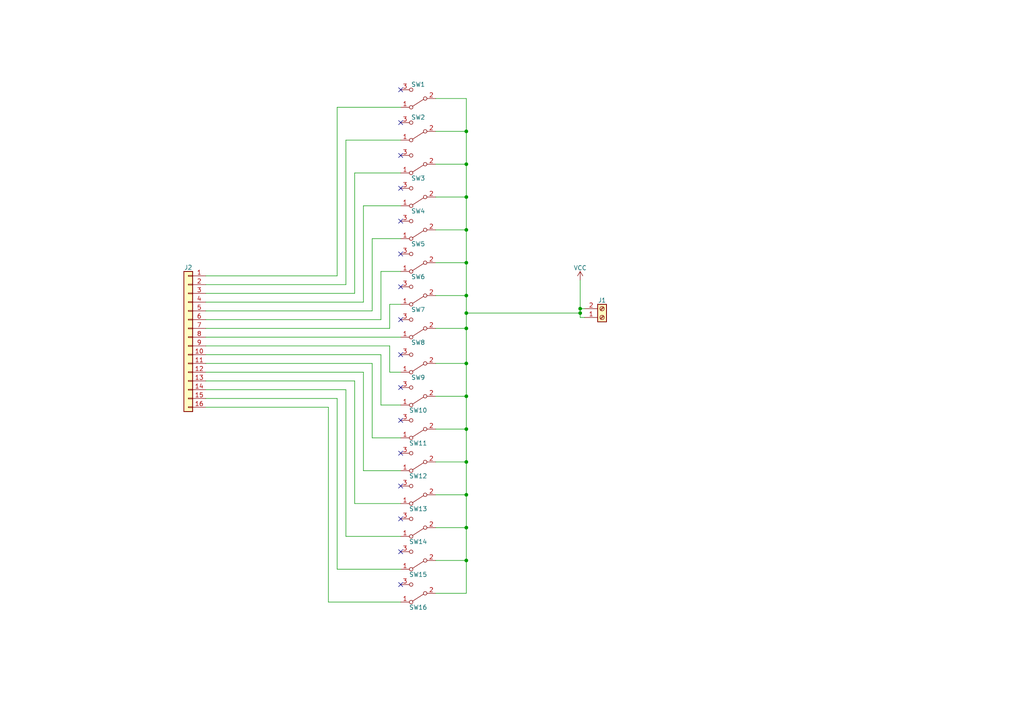
<source format=kicad_sch>
(kicad_sch (version 20211123) (generator eeschema)
  (paper "A4")
  (lib_symbols
    (symbol "Connector:Screw_Terminal_01x02" (pin_names (offset 1.016) hide)
      (property "Reference" "J" (at 0 2.54 0))
      (property "Value" "Screw_Terminal_01x02" (at 0 -5.08 0))
      (symbol "Screw_Terminal_01x02_1_1"
        (rectangle (start -1.27 1.27) (end 1.27 -3.81) (stroke (width 0.254)) (fill (type background)))
        (circle (center 0 -2.54) (radius 0.635) (stroke (width 0.1524)))
        (polyline (pts (xy -0.5334 -2.2098) (xy 0.3302 -3.048)) (stroke (width 0.1524)))
        (polyline (pts (xy -0.5334 0.3302) (xy 0.3302 -0.508)) (stroke (width 0.1524)))
        (polyline (pts (xy -0.3556 -2.032) (xy 0.508 -2.8702)) (stroke (width 0.1524)))
        (polyline (pts (xy -0.3556 0.508) (xy 0.508 -0.3302)) (stroke (width 0.1524)))
        (circle (center 0 0) (radius 0.635) (stroke (width 0.1524)))
        (pin passive line (at -5.08 0 0) (length 3.81) (name "Pin_1") (number "1"))
        (pin passive line (at -5.08 -2.54 0) (length 3.81) (name "Pin_2") (number "2"))
      )
    )
    (symbol "Connector_Generic:Conn_01x16" (pin_names (offset 1.016) hide)
      (property "Reference" "J" (at 0 20.32 0))
      (property "Value" "Conn_01x16" (at 0 -22.86 0))
      (symbol "Conn_01x16_1_1"
        (rectangle (start -1.27 -20.193) (end 0 -20.447) (stroke (width 0.1524)))
        (rectangle (start -1.27 -17.653) (end 0 -17.907) (stroke (width 0.1524)))
        (rectangle (start -1.27 -15.113) (end 0 -15.367) (stroke (width 0.1524)))
        (rectangle (start -1.27 -12.573) (end 0 -12.827) (stroke (width 0.1524)))
        (rectangle (start -1.27 -10.033) (end 0 -10.287) (stroke (width 0.1524)))
        (rectangle (start -1.27 -7.493) (end 0 -7.747) (stroke (width 0.1524)))
        (rectangle (start -1.27 -4.953) (end 0 -5.207) (stroke (width 0.1524)))
        (rectangle (start -1.27 -2.413) (end 0 -2.667) (stroke (width 0.1524)))
        (rectangle (start -1.27 0.127) (end 0 -0.127) (stroke (width 0.1524)))
        (rectangle (start -1.27 2.667) (end 0 2.413) (stroke (width 0.1524)))
        (rectangle (start -1.27 5.207) (end 0 4.953) (stroke (width 0.1524)))
        (rectangle (start -1.27 7.747) (end 0 7.493) (stroke (width 0.1524)))
        (rectangle (start -1.27 10.287) (end 0 10.033) (stroke (width 0.1524)))
        (rectangle (start -1.27 12.827) (end 0 12.573) (stroke (width 0.1524)))
        (rectangle (start -1.27 15.367) (end 0 15.113) (stroke (width 0.1524)))
        (rectangle (start -1.27 17.907) (end 0 17.653) (stroke (width 0.1524)))
        (rectangle (start -1.27 19.05) (end 1.27 -21.59) (stroke (width 0.254)) (fill (type background)))
        (pin passive line (at -5.08 17.78 0) (length 3.81) (name "Pin_1") (number "1"))
        (pin passive line (at -5.08 -5.08 0) (length 3.81) (name "Pin_10") (number "10"))
        (pin passive line (at -5.08 -7.62 0) (length 3.81) (name "Pin_11") (number "11"))
        (pin passive line (at -5.08 -10.16 0) (length 3.81) (name "Pin_12") (number "12"))
        (pin passive line (at -5.08 -12.7 0) (length 3.81) (name "Pin_13") (number "13"))
        (pin passive line (at -5.08 -15.24 0) (length 3.81) (name "Pin_14") (number "14"))
        (pin passive line (at -5.08 -17.78 0) (length 3.81) (name "Pin_15") (number "15"))
        (pin passive line (at -5.08 -20.32 0) (length 3.81) (name "Pin_16") (number "16"))
        (pin passive line (at -5.08 15.24 0) (length 3.81) (name "Pin_2") (number "2"))
        (pin passive line (at -5.08 12.7 0) (length 3.81) (name "Pin_3") (number "3"))
        (pin passive line (at -5.08 10.16 0) (length 3.81) (name "Pin_4") (number "4"))
        (pin passive line (at -5.08 7.62 0) (length 3.81) (name "Pin_5") (number "5"))
        (pin passive line (at -5.08 5.08 0) (length 3.81) (name "Pin_6") (number "6"))
        (pin passive line (at -5.08 2.54 0) (length 3.81) (name "Pin_7") (number "7"))
        (pin passive line (at -5.08 0 0) (length 3.81) (name "Pin_8") (number "8"))
        (pin passive line (at -5.08 -2.54 0) (length 3.81) (name "Pin_9") (number "9"))
      )
    )
    (symbol "Switch:SW_SPDT" (pin_names (offset 0) hide)
      (property "Reference" "SW" (at 0 4.318 0))
      (property "Value" "SW_SPDT" (at 0 -5.08 0))
      (symbol "SW_SPDT_0_0"
        (circle (center -2.032 0) (radius 0.508))
        (circle (center 2.032 -2.54) (radius 0.508))
      )
      (symbol "SW_SPDT_0_1"
        (polyline (pts (xy -1.524 0.254) (xy 1.651 2.286)))
        (circle (center 2.032 2.54) (radius 0.508))
      )
      (symbol "SW_SPDT_1_1"
        (pin passive line (at 5.08 2.54 180) (length 2.54) (name "A") (number "1"))
        (pin passive line (at -5.08 0 0) (length 2.54) (name "B") (number "2"))
        (pin passive line (at 5.08 -2.54 180) (length 2.54) (name "C") (number "3"))
      )
    )
    (symbol "power:VCC" (power) (pin_names (offset 0))
      (property "Value" "VCC" (at 0 3.81 0))
      (symbol "VCC_0_1"
        (polyline (pts (xy -0.762 1.27) (xy 0 2.54)))
        (polyline (pts (xy 0 0) (xy 0 2.54)))
        (polyline (pts (xy 0 2.54) (xy 0.762 1.27)))
      )
      (symbol "VCC_1_1"
        (pin power_in line (at 0 0 90) (length 0) hide (name "VCC") (number "1"))
      )
    )
  )
  (junction (at 135.255 57.15))
  (junction (at 135.255 76.2))
  (junction (at 135.255 124.46))
  (junction (at 135.255 114.935))
  (junction (at 135.255 85.725))
  (junction (at 135.255 105.41))
  (junction (at 135.255 95.25))
  (junction (at 168.275 89.535))
  (junction (at 135.255 66.675))
  (junction (at 135.255 143.51))
  (junction (at 135.255 162.56))
  (junction (at 135.255 90.805))
  (junction (at 135.255 133.985))
  (junction (at 135.255 47.625))
  (junction (at 135.255 153.035))
  (junction (at 168.275 90.805))
  (junction (at 135.255 38.1))
  (no_connect (at 116.205 121.92))
  (no_connect (at 116.205 26.035))
  (no_connect (at 116.205 112.395))
  (no_connect (at 116.205 83.185))
  (no_connect (at 116.205 92.71))
  (no_connect (at 116.205 45.085))
  (no_connect (at 116.205 150.495))
  (no_connect (at 116.205 131.445))
  (no_connect (at 116.205 140.97))
  (no_connect (at 116.205 73.66))
  (no_connect (at 116.205 160.02))
  (no_connect (at 116.205 169.545))
  (no_connect (at 116.205 64.135))
  (no_connect (at 116.205 54.61))
  (no_connect (at 116.205 35.56))
  (no_connect (at 116.205 102.87))
  (wire (pts (xy 102.87 110.49) (xy 59.69 110.49)))
  (wire (pts (xy 169.545 92.075) (xy 168.275 92.075)))
  (wire (pts (xy 102.87 85.09) (xy 59.69 85.09)))
  (wire (pts (xy 116.205 107.95) (xy 113.03 107.95)))
  (wire (pts (xy 102.87 146.05) (xy 102.87 110.49)))
  (wire (pts (xy 126.365 66.675) (xy 135.255 66.675)))
  (wire (pts (xy 100.33 82.55) (xy 59.69 82.55)))
  (wire (pts (xy 105.41 136.525) (xy 105.41 107.95)))
  (wire (pts (xy 135.255 90.805) (xy 135.255 95.25)))
  (wire (pts (xy 107.95 69.215) (xy 107.95 90.17)))
  (wire (pts (xy 107.95 90.17) (xy 59.69 90.17)))
  (wire (pts (xy 126.365 133.985) (xy 135.255 133.985)))
  (wire (pts (xy 113.03 100.33) (xy 59.69 100.33)))
  (wire (pts (xy 135.255 66.675) (xy 135.255 76.2)))
  (wire (pts (xy 97.79 80.01) (xy 59.69 80.01)))
  (wire (pts (xy 126.365 105.41) (xy 135.255 105.41)))
  (wire (pts (xy 116.205 165.1) (xy 97.79 165.1)))
  (wire (pts (xy 59.69 95.25) (xy 113.03 95.25)))
  (wire (pts (xy 135.255 85.725) (xy 135.255 90.805)))
  (wire (pts (xy 135.255 90.805) (xy 168.275 90.805)))
  (wire (pts (xy 97.79 31.115) (xy 97.79 80.01)))
  (wire (pts (xy 126.365 95.25) (xy 135.255 95.25)))
  (wire (pts (xy 135.255 143.51) (xy 135.255 153.035)))
  (wire (pts (xy 100.33 40.64) (xy 100.33 82.55)))
  (wire (pts (xy 116.205 31.115) (xy 97.79 31.115)))
  (wire (pts (xy 126.365 47.625) (xy 135.255 47.625)))
  (wire (pts (xy 100.33 155.575) (xy 100.33 113.03)))
  (wire (pts (xy 135.255 172.085) (xy 126.365 172.085)))
  (wire (pts (xy 126.365 153.035) (xy 135.255 153.035)))
  (wire (pts (xy 135.255 124.46) (xy 135.255 133.985)))
  (wire (pts (xy 116.205 174.625) (xy 95.25 174.625)))
  (wire (pts (xy 126.365 162.56) (xy 135.255 162.56)))
  (wire (pts (xy 168.275 90.805) (xy 168.275 92.075)))
  (wire (pts (xy 135.255 28.575) (xy 135.255 38.1)))
  (wire (pts (xy 126.365 57.15) (xy 135.255 57.15)))
  (wire (pts (xy 116.205 78.74) (xy 110.49 78.74)))
  (wire (pts (xy 126.365 28.575) (xy 135.255 28.575)))
  (wire (pts (xy 126.365 76.2) (xy 135.255 76.2)))
  (wire (pts (xy 126.365 114.935) (xy 135.255 114.935)))
  (wire (pts (xy 105.41 59.69) (xy 105.41 87.63)))
  (wire (pts (xy 135.255 133.985) (xy 135.255 143.51)))
  (wire (pts (xy 116.205 117.475) (xy 110.49 117.475)))
  (wire (pts (xy 116.205 50.165) (xy 102.87 50.165)))
  (wire (pts (xy 100.33 40.64) (xy 116.205 40.64)))
  (wire (pts (xy 126.365 85.725) (xy 135.255 85.725)))
  (wire (pts (xy 97.79 165.1) (xy 97.79 115.57)))
  (wire (pts (xy 116.205 59.69) (xy 105.41 59.69)))
  (wire (pts (xy 135.255 114.935) (xy 135.255 124.46)))
  (wire (pts (xy 116.205 127) (xy 107.95 127)))
  (wire (pts (xy 113.03 88.265) (xy 113.03 95.25)))
  (wire (pts (xy 135.255 47.625) (xy 135.255 57.15)))
  (wire (pts (xy 135.255 153.035) (xy 135.255 162.56)))
  (wire (pts (xy 116.205 136.525) (xy 105.41 136.525)))
  (wire (pts (xy 135.255 57.15) (xy 135.255 66.675)))
  (wire (pts (xy 59.69 92.71) (xy 110.49 92.71)))
  (wire (pts (xy 110.49 102.87) (xy 59.69 102.87)))
  (wire (pts (xy 116.205 69.215) (xy 107.95 69.215)))
  (wire (pts (xy 126.365 38.1) (xy 135.255 38.1)))
  (wire (pts (xy 95.25 174.625) (xy 95.25 118.11)))
  (wire (pts (xy 135.255 38.1) (xy 135.255 47.625)))
  (wire (pts (xy 110.49 78.74) (xy 110.49 92.71)))
  (wire (pts (xy 107.95 127) (xy 107.95 105.41)))
  (wire (pts (xy 135.255 95.25) (xy 135.255 105.41)))
  (wire (pts (xy 113.03 107.95) (xy 113.03 100.33)))
  (wire (pts (xy 100.33 113.03) (xy 59.69 113.03)))
  (wire (pts (xy 105.41 107.95) (xy 59.69 107.95)))
  (wire (pts (xy 105.41 87.63) (xy 59.69 87.63)))
  (wire (pts (xy 110.49 117.475) (xy 110.49 102.87)))
  (wire (pts (xy 126.365 143.51) (xy 135.255 143.51)))
  (wire (pts (xy 135.255 162.56) (xy 135.255 172.085)))
  (wire (pts (xy 116.205 146.05) (xy 102.87 146.05)))
  (wire (pts (xy 102.87 50.165) (xy 102.87 85.09)))
  (wire (pts (xy 107.95 105.41) (xy 59.69 105.41)))
  (wire (pts (xy 59.69 97.79) (xy 116.205 97.79)))
  (wire (pts (xy 135.255 76.2) (xy 135.255 85.725)))
  (wire (pts (xy 95.25 118.11) (xy 59.69 118.11)))
  (wire (pts (xy 116.205 88.265) (xy 113.03 88.265)))
  (wire (pts (xy 116.205 155.575) (xy 100.33 155.575)))
  (wire (pts (xy 97.79 115.57) (xy 59.69 115.57)))
  (wire (pts (xy 168.275 89.535) (xy 169.545 89.535)))
  (wire (pts (xy 126.365 124.46) (xy 135.255 124.46)))
  (wire (pts (xy 135.255 105.41) (xy 135.255 114.935)))
  (wire (pts (xy 168.275 89.535) (xy 168.275 90.805)))
  (wire (pts (xy 168.275 81.28) (xy 168.275 89.535)))
  (symbol (lib_id "Switch:SW_SPDT") (at 121.285 162.56 180) (unit 1)
    (property "Reference" "SW15" (at 121.285 166.6438 0))
    (property "Value" "SW_SPDT" (effects hide))
    (property "Footprint" "Footprint:EG1271A" (effects hide))
  )
  (symbol (lib_id "Switch:SW_SPDT") (at 121.285 114.935 180) (unit 1)
    (property "Reference" "SW10" (at 121.285 119.0188 0))
    (property "Value" "SW_SPDT" (effects hide))
    (property "Footprint" "Footprint:EG1271A" (effects hide))
  )
  (symbol (lib_id "Switch:SW_SPDT") (at 121.285 47.625 180) (unit 1)
    (property "Reference" "SW3" (at 121.285 51.7088 0))
    (property "Value" "SW_SPDT" (effects hide))
    (property "Footprint" "Footprint:EG1271A" (effects hide))
  )
  (symbol (lib_id "Switch:SW_SPDT") (at 121.285 153.035 180) (unit 1)
    (property "Reference" "SW14" (at 121.285 157.1188 0))
    (property "Value" "SW_SPDT" (effects hide))
    (property "Footprint" "Footprint:EG1271A" (effects hide))
  )
  (symbol (lib_id "Switch:SW_SPDT") (at 121.285 143.51 180) (unit 1)
    (property "Reference" "SW13" (at 121.285 147.5938 0))
    (property "Value" "SW_SPDT" (effects hide))
    (property "Footprint" "Footprint:EG1271A" (effects hide))
  )
  (symbol (lib_id "Switch:SW_SPDT") (at 121.285 124.46 180) (unit 1)
    (property "Reference" "SW11" (at 121.285 128.5438 0))
    (property "Value" "SW_SPDT" (effects hide))
    (property "Footprint" "Footprint:EG1271A" (effects hide))
  )
  (symbol (lib_id "Connector_Generic:Conn_01x16") (at 54.61 97.79 0) (mirror y) (unit 1)
    (property "Reference" "J2" (at 54.61 77.5772 0))
    (property "Value" "Conn_01x16" (effects hide))
    (property "Footprint" "Footprint:Konektor" (effects hide))
  )
  (symbol (lib_id "Switch:SW_SPDT") (at 121.285 172.085 180) (unit 1)
    (property "Reference" "SW16" (at 121.285 176.1688 0))
    (property "Value" "SW_SPDT" (effects hide))
    (property "Footprint" "Footprint:EG1271A" (effects hide))
  )
  (symbol (lib_id "Switch:SW_SPDT") (at 121.285 133.985 180) (unit 1)
    (property "Reference" "SW12" (at 121.285 138.0688 0))
    (property "Value" "SW_SPDT" (effects hide))
    (property "Footprint" "Footprint:EG1271A" (effects hide))
  )
  (symbol (lib_id "Switch:SW_SPDT") (at 121.285 105.41 180) (unit 1)
    (property "Reference" "SW9" (at 121.285 109.4938 0))
    (property "Value" "SW_SPDT" (effects hide))
    (property "Footprint" "Footprint:EG1271A" (effects hide))
  )
  (symbol (lib_id "Switch:SW_SPDT") (at 121.285 95.25 180) (unit 1)
    (property "Reference" "SW8" (at 121.285 99.3338 0))
    (property "Value" "SW_SPDT" (effects hide))
    (property "Footprint" "Footprint:EG1271A" (effects hide))
  )
  (symbol (lib_id "Switch:SW_SPDT") (at 121.285 28.575 180) (unit 1)
    (property "Reference" "SW1" (at 121.285 24.4912 0))
    (property "Value" "SW_SPDT" (effects hide))
    (property "Footprint" "Footprint:EG1271A" (effects hide))
  )
  (symbol (lib_id "Switch:SW_SPDT") (at 121.285 85.725 180) (unit 1)
    (property "Reference" "SW7" (at 121.285 89.8088 0))
    (property "Value" "SW_SPDT" (effects hide))
    (property "Footprint" "Footprint:EG1271A" (effects hide))
  )
  (symbol (lib_id "Switch:SW_SPDT") (at 121.285 66.675 180) (unit 1)
    (property "Reference" "SW5" (at 121.285 70.7588 0))
    (property "Value" "SW_SPDT" (effects hide))
    (property "Footprint" "Footprint:EG1271A" (effects hide))
  )
  (symbol (lib_id "Switch:SW_SPDT") (at 121.285 38.1 180) (unit 1)
    (property "Reference" "SW2" (at 121.285 34.0162 0))
    (property "Value" "SW_SPDT" (effects hide))
    (property "Footprint" "Footprint:EG1271A" (effects hide))
  )
  (symbol (lib_id "Switch:SW_SPDT") (at 121.285 57.15 180) (unit 1)
    (property "Reference" "SW4" (at 121.285 61.2338 0))
    (property "Value" "SW_SPDT" (effects hide))
    (property "Footprint" "Footprint:EG1271A" (effects hide))
  )
  (symbol (lib_id "Switch:SW_SPDT") (at 121.285 76.2 180) (unit 1)
    (property "Reference" "SW6" (at 121.285 80.2838 0))
    (property "Value" "SW_SPDT" (effects hide))
    (property "Footprint" "Footprint:EG1271A" (effects hide))
  )
  (symbol (lib_id "power:VCC") (at 168.275 81.28 0) (unit 1)
    (property "Reference" "#PWR01" (effects hide))
    (property "Value" "VCC" (at 168.275 77.7042 0))
  )
  (symbol (lib_id "Connector:Screw_Terminal_01x02") (at 174.625 92.075 0) (mirror x) (unit 1)
    (property "Reference" "J1" (at 174.625 87.1022 0))
    (property "Value" "Screw_Terminal_01x02" (effects hide))
    (property "Footprint" "TerminalBlock_Phoenix:TerminalBlock_Phoenix_MKDS-1,5-2-5.08_1x02_P5.08mm_Horizontal" (effects hide))
  )
)
</source>
